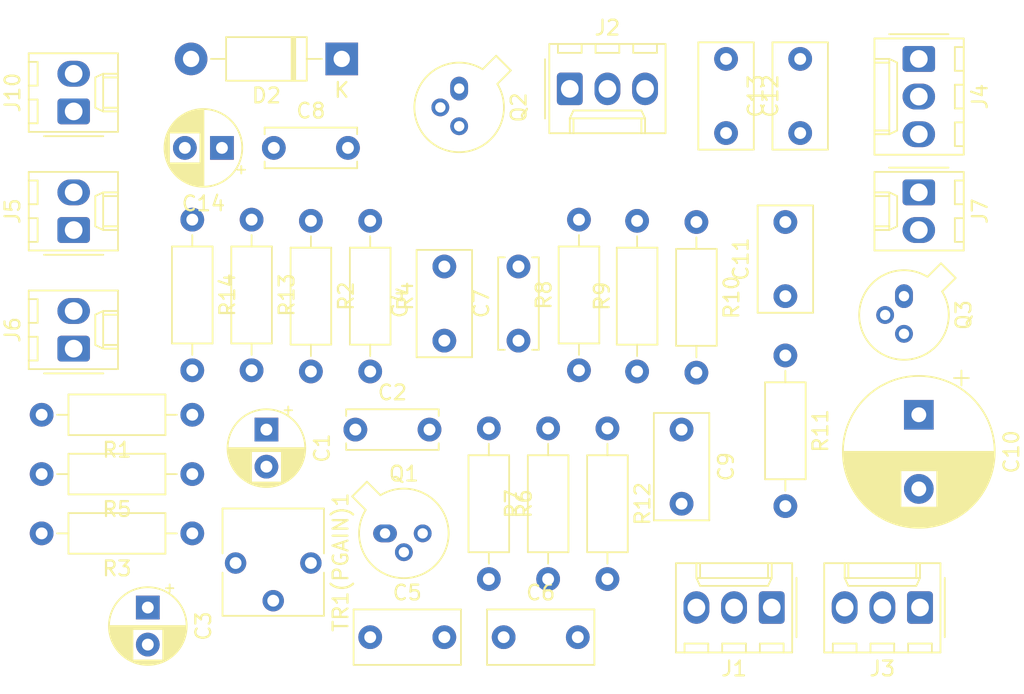
<source format=kicad_pcb>
(kicad_pcb (version 20241229) (generator "pcbnew") (generator_version "9.0")
  (layers (0 "F.Cu" signal) (2 "B.Cu" signal) (13 "F.Paste" user) (15 "B.Paste" user) (5 "F.SilkS" user "F.Silkscreen") (7 "B.SilkS" user "B.Silkscreen") (1 "F.Mask" user) (3 "B.Mask" user) (25 "Edge.Cuts" user))
  (net 0 "")
  (net 1 "Net-(J6-Pin_2)")
  (net 2 "Net-(Q1-B)")
  (net 3 "Net-(Q1-C)")
  (net 4 "Earth")
  (net 5 "Net-(C3-Pad1)")
  (net 6 "Net-(J1-Pin_2)")
  (net 7 "Net-(C5-Pad2)")
  (net 8 "Net-(J1-Pin_1)")
  (net 9 "Net-(Q2-B)")
  (net 10 "Net-(Q2-C)")
  (net 11 "Net-(J3-Pin_3)")
  (net 12 "Net-(J3-Pin_2)")
  (net 13 "Net-(J2-Pin_1)")
  (net 14 "Net-(C11-Pad1)")
  (net 15 "Net-(J2-Pin_2)")
  (net 16 "Net-(J4-Pin_2)")
  (net 17 "Net-(C14-Pad1)")
  (net 18 "+9V")
  (net 19 "Net-(J5-Pin_2)")
  (net 20 "Net-(Q1-E)")
  (net 21 "Net-(Q3-C)")
  (net 22 "Net-(R5-Pad2)")
  (footprint "Capacitor_THT:C_Disc_D6.0mm_W2.5mm_P5.00mm" (layer "F.Cu") (at 128 72 90)
    (property "Reference" "C7" (at 2.5 -2.5 90) (layer "F.SilkS"))
    (property "Value" "470pF")
    (pad "1" thru_hole circle (at 0 0 90) (size 1.6 1.6) (drill 0.8) (layers "*.Cu" "*.Mask") (net 9 "Net-(Q2-B)"))
    (pad "2" thru_hole circle (at 5 0 90) (size 1.6 1.6) (drill 0.8) (layers "*.Cu" "*.Mask") (net 4 "Earth"))
  )
  (footprint "Resistor_THT:R_Axial_DIN0207_L6.3mm_D2.5mm_P10.16mm_Horizontal" (layer "F.Cu") (at 126 77.92 -90)
    (property "Reference" "R6" (at 5.08 -2.37 90) (layer "F.SilkS"))
    (property "Value" "820R")
    (pad "1" thru_hole circle (at 0 0 270) (size 1.6 1.6) (drill 0.8) (layers "*.Cu" "*.Mask") (net 3 "Net-(Q1-C)"))
    (pad "2" thru_hole oval (at 10.16 0 270) (size 1.6 1.6) (drill 0.8) (layers "*.Cu" "*.Mask") (net 7 "Net-(C5-Pad2)"))
  )
  (footprint "Resistor_THT:R_Axial_DIN0207_L6.3mm_D2.5mm_P10.16mm_Horizontal" (layer "F.Cu") (at 106 63.84 -90)
    (property "Reference" "R14" (at 5.08 -2.37 90) (layer "F.SilkS"))
    (property "Value" "R")
    (pad "1" thru_hole circle (at 0 0 270) (size 1.6 1.6) (drill 0.8) (layers "*.Cu" "*.Mask") (net 18 "+9V"))
    (pad "2" thru_hole oval (at 10.16 0 270) (size 1.6 1.6) (drill 0.8) (layers "*.Cu" "*.Mask") (net 19 "Net-(J5-Pin_2)"))
  )
  (footprint "Capacitor_THT:CP_Radial_D10.0mm_P5.00mm" (layer "F.Cu") (at 155 77 -90)
    (property "Reference" "C10" (at 2.5 -6.25 90) (layer "F.SilkS"))
    (property "Value" "220uF")
    (pad "1" thru_hole rect (at 0 0 270) (size 2 2) (drill 1) (layers "*.Cu" "*.Mask") (net 12 "Net-(J3-Pin_2)"))
    (pad "2" thru_hole circle (at 5 0 270) (size 2 2) (drill 1) (layers "*.Cu" "*.Mask") (net 4 "Earth"))
  )
  (footprint "Resistor_THT:R_Axial_DIN0207_L6.3mm_D2.5mm_P10.16mm_Horizontal" (layer "F.Cu") (at 118 63.92 -90)
    (property "Reference" "R4" (at 5.08 -2.37 90) (layer "F.SilkS"))
    (property "Value" "10K")
    (pad "1" thru_hole circle (at 0 0 270) (size 1.6 1.6) (drill 0.8) (layers "*.Cu" "*.Mask") (net 17 "Net-(C14-Pad1)"))
    (pad "2" thru_hole oval (at 10.16 0 270) (size 1.6 1.6) (drill 0.8) (layers "*.Cu" "*.Mask") (net 3 "Net-(Q1-C)"))
  )
  (footprint "Connector_Molex:Molex_KK-254_AE-6410-03A_1x03_P2.54mm_Vertical" (layer "F.Cu") (at 155 53 -90)
    (property "Reference" "J4" (at 2.54 -4.12 90) (layer "F.SilkS"))
    (property "Value" "Conn_01x03_Pin")
    (pad "1" thru_hole roundrect (at 0 0 270) (size 1.74 2.19) (drill 1.19) (layers "*.Cu" "*.Mask") (roundrect_rratio 0.143678) (net 4 "Earth"))
    (pad "2" thru_hole oval (at 2.54 0 270) (size 1.74 2.19) (drill 1.19) (layers "*.Cu" "*.Mask") (net 16 "Net-(J4-Pin_2)"))
    (pad "3" thru_hole oval (at 5.08 0 270) (size 1.74 2.19) (drill 1.19) (layers "*.Cu" "*.Mask") (net 15 "Net-(J2-Pin_2)"))
  )
  (footprint "Connector_Molex:Molex_KK-254_AE-6410-02A_1x02_P2.54mm_Vertical" (layer "F.Cu") (at 98 72.54 90)
    (property "Reference" "J6" (at 1.27 -4.12 90) (layer "F.SilkS"))
    (property "Value" "Conn_01x02_Pin")
    (pad "1" thru_hole roundrect (at 0 0 90) (size 1.74 2.19) (drill 1.19) (layers "*.Cu" "*.Mask") (roundrect_rratio 0.143678) (net 4 "Earth"))
    (pad "2" thru_hole oval (at 2.54 0 90) (size 1.74 2.19) (drill 1.19) (layers "*.Cu" "*.Mask") (net 1 "Net-(J6-Pin_2)"))
  )
  (footprint "Capacitor_THT:CP_Radial_D5.0mm_P2.50mm" (layer "F.Cu") (at 111 78 -90)
    (property "Reference" "C1" (at 1.25 -3.75 90) (layer "F.SilkS"))
    (property "Value" "10uF")
    (pad "1" thru_hole rect (at 0 0 270) (size 1.6 1.6) (drill 0.8) (layers "*.Cu" "*.Mask") (net 2 "Net-(Q1-B)"))
    (pad "2" thru_hole circle (at 2.5 0 270) (size 1.6 1.6) (drill 0.8) (layers "*.Cu" "*.Mask") (net 1 "Net-(J6-Pin_2)"))
  )
  (footprint "Package_TO_SOT_THT:TO-18-3" (layer "F.Cu") (at 119 85)
    (property "Reference" "Q1" (at 1.27 -4.02 0) (layer "F.SilkS"))
    (property "Value" "BC109")
    (pad "1" thru_hole oval (at 0 0) (size 1.6 1.2) (drill 0.7) (layers "*.Cu" "*.Mask") (net 20 "Net-(Q1-E)"))
    (pad "2" thru_hole circle (at 1.27 1.27) (size 1.2 1.2) (drill 0.7) (layers "*.Cu" "*.Mask") (net 2 "Net-(Q1-B)"))
    (pad "3" thru_hole circle (at 2.54 0) (size 1.2 1.2) (drill 0.7) (layers "*.Cu" "*.Mask") (net 3 "Net-(Q1-C)"))
  )
  (footprint "Capacitor_THT:C_Rect_L7.0mm_W3.5mm_P5.00mm" (layer "F.Cu") (at 123 72 90)
    (property "Reference" "C4" (at 2.5 -3 90) (layer "F.SilkS"))
    (property "Value" "5.6nF")
    (pad "1" thru_hole circle (at 0 0 90) (size 1.6 1.6) (drill 0.8) (layers "*.Cu" "*.Mask") (net 3 "Net-(Q1-C)"))
    (pad "2" thru_hole circle (at 5 0 90) (size 1.6 1.6) (drill 0.8) (layers "*.Cu" "*.Mask") (net 6 "Net-(J1-Pin_2)"))
  )
  (footprint "Diode_THT:D_DO-41_SOD81_P10.16mm_Horizontal" (layer "F.Cu") (at 116.08 53 180)
    (property "Reference" "D2" (at 5.08 -2.47 0) (layer "F.SilkS"))
    (property "Value" "1N4001")
    (fp_text user "K" (at 0 -2.1 0) (layer "F.SilkS"))
    (pad "1" thru_hole rect (at 0 0 180) (size 2.2 2.2) (drill 1.1) (layers "*.Cu" "*.Mask") (net 18 "+9V"))
    (pad "2" thru_hole oval (at 10.16 0 180) (size 2.2 2.2) (drill 1.1) (layers "*.Cu" "*.Mask") (net 4 "Earth"))
  )
  (footprint "Capacitor_THT:C_Rect_L7.0mm_W3.5mm_P5.00mm" (layer "F.Cu") (at 146 69 90)
    (property "Reference" "C11" (at 2.5 -3 90) (layer "F.SilkS"))
    (property "Value" "15nF")
    (pad "1" thru_hole circle (at 0 0 90) (size 1.6 1.6) (drill 0.8) (layers "*.Cu" "*.Mask") (net 14 "Net-(C11-Pad1)"))
    (pad "2" thru_hole circle (at 5 0 90) (size 1.6 1.6) (drill 0.8) (layers "*.Cu" "*.Mask") (net 13 "Net-(J2-Pin_1)"))
  )
  (footprint "Connector_Molex:Molex_KK-254_AE-6410-03A_1x03_P2.54mm_Vertical" (layer "F.Cu") (at 131.46 55.02)
    (property "Reference" "J2" (at 2.54 -4.12 0) (layer "F.SilkS"))
    (property "Value" "Conn_01x03_Pin")
    (pad "1" thru_hole roundrect (at 0 0) (size 1.74 2.19) (drill 1.19) (layers "*.Cu" "*.Mask") (roundrect_rratio 0.143678) (net 13 "Net-(J2-Pin_1)"))
    (pad "2" thru_hole oval (at 2.54 0) (size 1.74 2.19) (drill 1.19) (layers "*.Cu" "*.Mask") (net 15 "Net-(J2-Pin_2)"))
    (pad "3" thru_hole oval (at 5.08 0) (size 1.74 2.19) (drill 1.19) (layers "*.Cu" "*.Mask") (net 15 "Net-(J2-Pin_2)"))
  )
  (footprint "Connector_Molex:Molex_KK-254_AE-6410-03A_1x03_P2.54mm_Vertical" (layer "F.Cu") (at 155.08 90 180)
    (property "Reference" "J3" (at 2.54 -4.12 0) (layer "F.SilkS"))
    (property "Value" "Conn_01x03_Pin")
    (pad "1" thru_hole roundrect (at 0 0 180) (size 1.74 2.19) (drill 1.19) (layers "*.Cu" "*.Mask") (roundrect_rratio 0.143678) (net 4 "Earth"))
    (pad "2" thru_hole oval (at 2.54 0 180) (size 1.74 2.19) (drill 1.19) (layers "*.Cu" "*.Mask") (net 12 "Net-(J3-Pin_2)"))
    (pad "3" thru_hole oval (at 5.08 0 180) (size 1.74 2.19) (drill 1.19) (layers "*.Cu" "*.Mask") (net 11 "Net-(J3-Pin_3)"))
  )
  (footprint "Capacitor_THT:C_Rect_L7.0mm_W3.5mm_P5.00mm" (layer "F.Cu") (at 147 58 90)
    (property "Reference" "C13" (at 2.5 -3 90) (layer "F.SilkS"))
    (property "Value" "2.2nF")
    (pad "1" thru_hole circle (at 0 0 90) (size 1.6 1.6) (drill 0.8) (layers "*.Cu" "*.Mask") (net 16 "Net-(J4-Pin_2)"))
    (pad "2" thru_hole circle (at 5 0 90) (size 1.6 1.6) (drill 0.8) (layers "*.Cu" "*.Mask") (net 4 "Earth"))
  )
  (footprint "Connector_Molex:Molex_KK-254_AE-6410-03A_1x03_P2.54mm_Vertical" (layer "F.Cu") (at 145.08 90 180)
    (property "Reference" "J1" (at 2.54 -4.12 0) (layer "F.SilkS"))
    (property "Value" "Conn_01x03_Pin")
    (pad "1" thru_hole roundrect (at 0 0 180) (size 1.74 2.19) (drill 1.19) (layers "*.Cu" "*.Mask") (roundrect_rratio 0.143678) (net 8 "Net-(J1-Pin_1)"))
    (pad "2" thru_hole oval (at 2.54 0 180) (size 1.74 2.19) (drill 1.19) (layers "*.Cu" "*.Mask") (net 6 "Net-(J1-Pin_2)"))
    (pad "3" thru_hole oval (at 5.08 0 180) (size 1.74 2.19) (drill 1.19) (layers "*.Cu" "*.Mask") (net 6 "Net-(J1-Pin_2)"))
  )
  (footprint "Resistor_THT:R_Axial_DIN0207_L6.3mm_D2.5mm_P10.16mm_Horizontal" (layer "F.Cu") (at 134 77.92 -90)
    (property "Reference" "R12" (at 5.08 -2.37 90) (layer "F.SilkS"))
    (property "Value" "56K")
    (pad "1" thru_hole circle (at 0 0 270) (size 1.6 1.6) (drill 0.8) (layers "*.Cu" "*.Mask") (net 9 "Net-(Q2-B)"))
    (pad "2" thru_hole oval (at 10.16 0 270) (size 1.6 1.6) (drill 0.8) (layers "*.Cu" "*.Mask") (net 11 "Net-(J3-Pin_3)"))
  )
  (footprint "Capacitor_THT:CP_Radial_D5.0mm_P2.50mm" (layer "F.Cu") (at 103 90 -90)
    (property "Reference" "C3" (at 1.25 -3.75 90) (layer "F.SilkS"))
    (property "Value" "22uF")
    (pad "1" thru_hole rect (at 0 0 270) (size 1.6 1.6) (drill 0.8) (layers "*.Cu" "*.Mask") (net 5 "Net-(C3-Pad1)"))
    (pad "2" thru_hole circle (at 2.5 0 270) (size 1.6 1.6) (drill 0.8) (layers "*.Cu" "*.Mask") (net 4 "Earth"))
  )
  (footprint "Resistor_THT:R_Axial_DIN0207_L6.3mm_D2.5mm_P10.16mm_Horizontal" (layer "F.Cu") (at 110 63.84 -90)
    (property "Reference" "R13" (at 5.08 -2.37 90) (layer "F.SilkS"))
    (property "Value" "100R")
    (pad "1" thru_hole circle (at 0 0 270) (size 1.6 1.6) (drill 0.8) (layers "*.Cu" "*.Mask") (net 18 "+9V"))
    (pad "2" thru_hole oval (at 10.16 0 270) (size 1.6 1.6) (drill 0.8) (layers "*.Cu" "*.Mask") (net 17 "Net-(C14-Pad1)"))
  )
  (footprint "Capacitor_THT:CP_Radial_D5.0mm_P2.50mm" (layer "F.Cu") (at 108 59 180)
    (property "Reference" "C14" (at 1.25 -3.75 0) (layer "F.SilkS"))
    (property "Value" "100uF")
    (pad "1" thru_hole rect (at 0 0 180) (size 1.6 1.6) (drill 0.8) (layers "*.Cu" "*.Mask") (net 17 "Net-(C14-Pad1)"))
    (pad "2" thru_hole circle (at 2.5 0 180) (size 1.6 1.6) (drill 0.8) (layers "*.Cu" "*.Mask") (net 4 "Earth"))
  )
  (footprint "Capacitor_THT:C_Rect_L7.0mm_W3.5mm_P5.00mm" (layer "F.Cu") (at 142 53 -90)
    (property "Reference" "C12" (at 2.5 -3 90) (layer "F.SilkS"))
    (property "Value" "3.3nF")
    (pad "1" thru_hole circle (at 0 0 270) (size 1.6 1.6) (drill 0.8) (layers "*.Cu" "*.Mask") (net 15 "Net-(J2-Pin_2)"))
    (pad "2" thru_hole circle (at 5 0 270) (size 1.6 1.6) (drill 0.8) (layers "*.Cu" "*.Mask") (net 4 "Earth"))
  )
  (footprint "Potentiometer_THT:Potentiometer_Vishay_T73YP_Vertical" (layer "F.Cu") (at 108.92 87 -90)
    (property "Reference" "TR1(PGAIN)1" (at -0.06 -7.09 270) (layer "F.SilkS"))
    (property "Value" "2K")
    (pad "1" thru_hole circle (at 0 0 270) (size 1.44 1.44) (drill 0.8) (layers "*.Cu" "*.Mask") (net 22 "Net-(R5-Pad2)"))
    (pad "2" thru_hole circle (at 2.54 -2.54 270) (size 1.44 1.44) (drill 0.8) (layers "*.Cu" "*.Mask") (net 5 "Net-(C3-Pad1)"))
    (pad "3" thru_hole circle (at 0 -5.08 270) (size 1.44 1.44) (drill 0.8) (layers "*.Cu" "*.Mask") (net 4 "Earth"))
  )
  (footprint "Resistor_THT:R_Axial_DIN0207_L6.3mm_D2.5mm_P10.16mm_Horizontal" (layer "F.Cu") (at 140 64 -90)
    (property "Reference" "R10" (at 5.08 -2.37 90) (layer "F.SilkS"))
    (property "Value" "2K7")
    (pad "1" thru_hole circle (at 0 0 270) (size 1.6 1.6) (drill 0.8) (layers "*.Cu" "*.Mask") (net 17 "Net-(C14-Pad1)"))
    (pad "2" thru_hole oval (at 10.16 0 270) (size 1.6 1.6) (drill 0.8) (layers "*.Cu" "*.Mask") (net 14 "Net-(C11-Pad1)"))
  )
  (footprint "Connector_Molex:Molex_KK-254_AE-6410-02A_1x02_P2.54mm_Vertical" (layer "F.Cu") (at 98 56.54 90)
    (property "Reference" "J10" (at 1.27 -4.12 90) (layer "F.SilkS"))
    (property "Value" "Conn_01x02_Pin")
    (pad "1" thru_hole roundrect (at 0 0 90) (size 1.74 2.19) (drill 1.19) (layers "*.Cu" "*.Mask") (roundrect_rratio 0.143678) (net 4 "Earth"))
    (pad "2" thru_hole oval (at 2.54 0 90) (size 1.74 2.19) (drill 1.19) (layers "*.Cu" "*.Mask") (net 18 "+9V"))
  )
  (footprint "Connector_Molex:Molex_KK-254_AE-6410-02A_1x02_P2.54mm_Vertical" (layer "F.Cu") (at 155 62 -90)
    (property "Reference" "J7" (at 1.27 -4.12 90) (layer "F.SilkS"))
    (property "Value" "Conn_01x02_Pin")
    (pad "1" thru_hole roundrect (at 0 0 270) (size 1.74 2.19) (drill 1.19) (layers "*.Cu" "*.Mask") (roundrect_rratio 0.143678) (net 4 "Earth"))
    (pad "2" thru_hole oval (at 2.54 0 270) (size 1.74 2.19) (drill 1.19) (layers "*.Cu" "*.Mask") (net 16 "Net-(J4-Pin_2)"))
  )
  (footprint "Package_TO_SOT_THT:TO-18-3" (layer "F.Cu") (at 154 69 -90)
    (property "Reference" "Q3" (at 1.27 -4.02 90) (layer "F.SilkS"))
    (property "Value" "BC109")
    (pad "1" thru_hole oval (at 0 0 270) (size 1.6 1.2) (drill 0.7) (layers "*.Cu" "*.Mask") (net 11 "Net-(J3-Pin_3)"))
    (pad "2" thru_hole circle (at 1.27 1.27 270) (size 1.2 1.2) (drill 0.7) (layers "*.Cu" "*.Mask") (net 10 "Net-(Q2-C)"))
    (pad "3" thru_hole circle (at 2.54 0 270) (size 1.2 1.2) (drill 0.7) (layers "*.Cu" "*.Mask") (net 21 "Net-(Q3-C)"))
  )
  (footprint "Capacitor_THT:C_Rect_L7.0mm_W3.5mm_P5.00mm" (layer "F.Cu") (at 118 92)
    (property "Reference" "C5" (at 2.5 -3 0) (layer "F.SilkS"))
    (property "Value" "4.7nF")
    (pad "1" thru_hole circle (at 0 0) (size 1.6 1.6) (drill 0.8) (layers "*.Cu" "*.Mask") (net 4 "Earth"))
    (pad "2" thru_hole circle (at 5 0) (size 1.6 1.6) (drill 0.8) (layers "*.Cu" "*.Mask") (net 7 "Net-(C5-Pad2)"))
  )
  (footprint "Capacitor_THT:C_Disc_D6.0mm_W2.5mm_P5.00mm" (layer "F.Cu") (at 117 78)
    (property "Reference" "C2" (at 2.5 -2.5 0) (layer "F.SilkS"))
    (property "Value" "100pF")
    (pad "1" thru_hole circle (at 0 0) (size 1.6 1.6) (drill 0.8) (layers "*.Cu" "*.Mask") (net 2 "Net-(Q1-B)"))
    (pad "2" thru_hole circle (at 5 0) (size 1.6 1.6) (drill 0.8) (layers "*.Cu" "*.Mask") (net 3 "Net-(Q1-C)"))
  )
  (footprint "Capacitor_THT:C_Rect_L7.0mm_W3.5mm_P5.00mm" (layer "F.Cu") (at 127 92)
    (property "Reference" "C6" (at 2.5 -3 0) (layer "F.SilkS"))
    (property "Value" "220nF")
    (pad "1" thru_hole circle (at 0 0) (size 1.6 1.6) (drill 0.8) (layers "*.Cu" "*.Mask") (net 7 "Net-(C5-Pad2)"))
    (pad "2" thru_hole circle (at 5 0) (size 1.6 1.6) (drill 0.8) (layers "*.Cu" "*.Mask") (net 8 "Net-(J1-Pin_1)"))
  )
  (footprint "Resistor_THT:R_Axial_DIN0207_L6.3mm_D2.5mm_P10.16mm_Horizontal" (layer "F.Cu") (at 136 74.08 90)
    (property "Reference" "R9" (at 5.08 -2.37 90) (layer "F.SilkS"))
    (property "Value" "100K")
    (pad "1" thru_hole circle (at 0 0 90) (size 1.6 1.6) (drill 0.8) (layers "*.Cu" "*.Mask") (net 9 "Net-(Q2-B)"))
    (pad "2" thru_hole oval (at 10.16 0 90) (size 1.6 1.6) (drill 0.8) (layers "*.Cu" "*.Mask") (net 10 "Net-(Q2-C)"))
  )
  (footprint "Resistor_THT:R_Axial_DIN0207_L6.3mm_D2.5mm_P10.16mm_Horizontal" (layer "F.Cu") (at 114 63.92 -90)
    (property "Reference" "R2" (at 5.08 -2.37 90) (layer "F.SilkS"))
    (property "Value" "270K")
    (pad "1" thru_hole circle (at 0 0 270) (size 1.6 1.6) (drill 0.8) (layers "*.Cu" "*.Mask") (net 17 "Net-(C14-Pad1)"))
    (pad "2" thru_hole oval (at 10.16 0 270) (size 1.6 1.6) (drill 0.8) (layers "*.Cu" "*.Mask") (net 2 "Net-(Q1-B)"))
  )
  (footprint "Resistor_THT:R_Axial_DIN0207_L6.3mm_D2.5mm_P10.16mm_Horizontal" (layer "F.Cu") (at 132.08 74 90)
    (property "Reference" "R8" (at 5.08 -2.37 90) (layer "F.SilkS"))
    (property "Value" "56K")
    (pad "1" thru_hole circle (at 0 0 90) (size 1.6 1.6) (drill 0.8) (layers "*.Cu" "*.Mask") (net 10 "Net-(Q2-C)"))
    (pad "2" thru_hole oval (at 10.16 0 90) (size 1.6 1.6) (drill 0.8) (layers "*.Cu" "*.Mask") (net 17 "Net-(C14-Pad1)"))
  )
  (footprint "Capacitor_THT:C_Disc_D6.0mm_W2.5mm_P5.00mm" (layer "F.Cu") (at 111.5 59)
    (property "Reference" "C8" (at 2.5 -2.5 0) (layer "F.SilkS"))
    (property "Value" "220pF")
    (pad "1" thru_hole circle (at 0 0) (size 1.6 1.6) (drill 0.8) (layers "*.Cu" "*.Mask") (net 9 "Net-(Q2-B)"))
    (pad "2" thru_hole circle (at 5 0) (size 1.6 1.6) (drill 0.8) (layers "*.Cu" "*.Mask") (net 10 "Net-(Q2-C)"))
  )
  (footprint "Resistor_THT:R_Axial_DIN0207_L6.3mm_D2.5mm_P10.16mm_Horizontal" (layer "F.Cu") (at 106 81 180)
    (property "Reference" "R5" (at 5.08 -2.37 0) (layer "F.SilkS"))
    (property "Value" "100R")
    (pad "1" thru_hole circle (at 0 0 180) (size 1.6 1.6) (drill 0.8) (layers "*.Cu" "*.Mask") (net 20 "Net-(Q1-E)"))
    (pad "2" thru_hole oval (at 10.16 0 180) (size 1.6 1.6) (drill 0.8) (layers "*.Cu" "*.Mask") (net 22 "Net-(R5-Pad2)"))
  )
  (footprint "Capacitor_THT:C_Rect_L7.0mm_W3.5mm_P5.00mm" (layer "F.Cu") (at 139 78 -90)
    (property "Reference" "C9" (at 2.5 -3 90) (layer "F.SilkS"))
    (property "Value" "220pF")
    (pad "1" thru_hole circle (at 0 0 270) (size 1.6 1.6) (drill 0.8) (layers "*.Cu" "*.Mask") (net 9 "Net-(Q2-B)"))
    (pad "2" thru_hole circle (at 5 0 270) (size 1.6 1.6) (drill 0.8) (layers "*.Cu" "*.Mask") (net 11 "Net-(J3-Pin_3)"))
  )
  (footprint "Package_TO_SOT_THT:TO-18-3" (layer "F.Cu") (at 124 55 -90)
    (property "Reference" "Q2" (at 1.27 -4.02 90) (layer "F.SilkS"))
    (property "Value" "BC109")
    (pad "1" thru_hole oval (at 0 0 270) (size 1.6 1.2) (drill 0.7) (layers "*.Cu" "*.Mask") (net 4 "Earth"))
    (pad "2" thru_hole circle (at 1.27 1.27 270) (size 1.2 1.2) (drill 0.7) (layers "*.Cu" "*.Mask") (net 9 "Net-(Q2-B)"))
    (pad "3" thru_hole circle (at 2.54 0 270) (size 1.2 1.2) (drill 0.7) (layers "*.Cu" "*.Mask") (net 10 "Net-(Q2-C)"))
  )
  (footprint "Connector_Molex:Molex_KK-254_AE-6410-02A_1x02_P2.54mm_Vertical" (layer "F.Cu") (at 98 64.54 90)
    (property "Reference" "J5" (at 1.27 -4.12 90) (layer "F.SilkS"))
    (property "Value" "Conn_01x02_Pin")
    (pad "1" thru_hole roundrect (at 0 0 90) (size 1.74 2.19) (drill 1.19) (layers "*.Cu" "*.Mask") (roundrect_rratio 0.143678) (net 4 "Earth"))
    (pad "2" thru_hole oval (at 2.54 0 90) (size 1.74 2.19) (drill 1.19) (layers "*.Cu" "*.Mask") (net 19 "Net-(J5-Pin_2)"))
  )
  (footprint "Resistor_THT:R_Axial_DIN0207_L6.3mm_D2.5mm_P10.16mm_Horizontal" (layer "F.Cu") (at 146 73 -90)
    (property "Reference" "R11" (at 5.08 -2.37 90) (layer "F.SilkS"))
    (property "Value" "10K")
    (pad "1" thru_hole circle (at 0 0 270) (size 1.6 1.6) (drill 0.8) (layers "*.Cu" "*.Mask") (net 14 "Net-(C11-Pad1)"))
    (pad "2" thru_hole oval (at 10.16 0 270) (size 1.6 1.6) (drill 0.8) (layers "*.Cu" "*.Mask") (net 21 "Net-(Q3-C)"))
  )
  (footprint "Resistor_THT:R_Axial_DIN0207_L6.3mm_D2.5mm_P10.16mm_Horizontal" (layer "F.Cu") (at 106 85 180)
    (property "Reference" "R3" (at 5.08 -2.37 0) (layer "F.SilkS"))
    (property "Value" "100K")
    (pad "1" thru_hole circle (at 0 0 180) (size 1.6 1.6) (drill 0.8) (layers "*.Cu" "*.Mask") (net 2 "Net-(Q1-B)"))
    (pad "2" thru_hole oval (at 10.16 0 180) (size 1.6 1.6) (drill 0.8) (layers "*.Cu" "*.Mask") (net 4 "Earth"))
  )
  (footprint "Resistor_THT:R_Axial_DIN0207_L6.3mm_D2.5mm_P10.16mm_Horizontal" (layer "F.Cu") (at 130 88.08 90)
    (property "Reference" "R7" (at 5.08 -2.37 90) (layer "F.SilkS"))
    (property "Value" "100R")
    (pad "1" thru_hole circle (at 0 0 90) (size 1.6 1.6) (drill 0.8) (layers "*.Cu" "*.Mask") (net 6 "Net-(J1-Pin_2)"))
    (pad "2" thru_hole oval (at 10.16 0 90) (size 1.6 1.6) (drill 0.8) (layers "*.Cu" "*.Mask") (net 9 "Net-(Q2-B)"))
  )
  (footprint "Resistor_THT:R_Axial_DIN0207_L6.3mm_D2.5mm_P10.16mm_Horizontal" (layer "F.Cu") (at 106 77 180)
    (property "Reference" "R1" (at 5.08 -2.37 0) (layer "F.SilkS"))
    (property "Value" "1M")
    (pad "1" thru_hole circle (at 0 0 180) (size 1.6 1.6) (drill 0.8) (layers "*.Cu" "*.Mask") (net 1 "Net-(J6-Pin_2)"))
    (pad "2" thru_hole oval (at 10.16 0 180) (size 1.6 1.6) (drill 0.8) (layers "*.Cu" "*.Mask") (net 4 "Earth"))
  )
)
</source>
